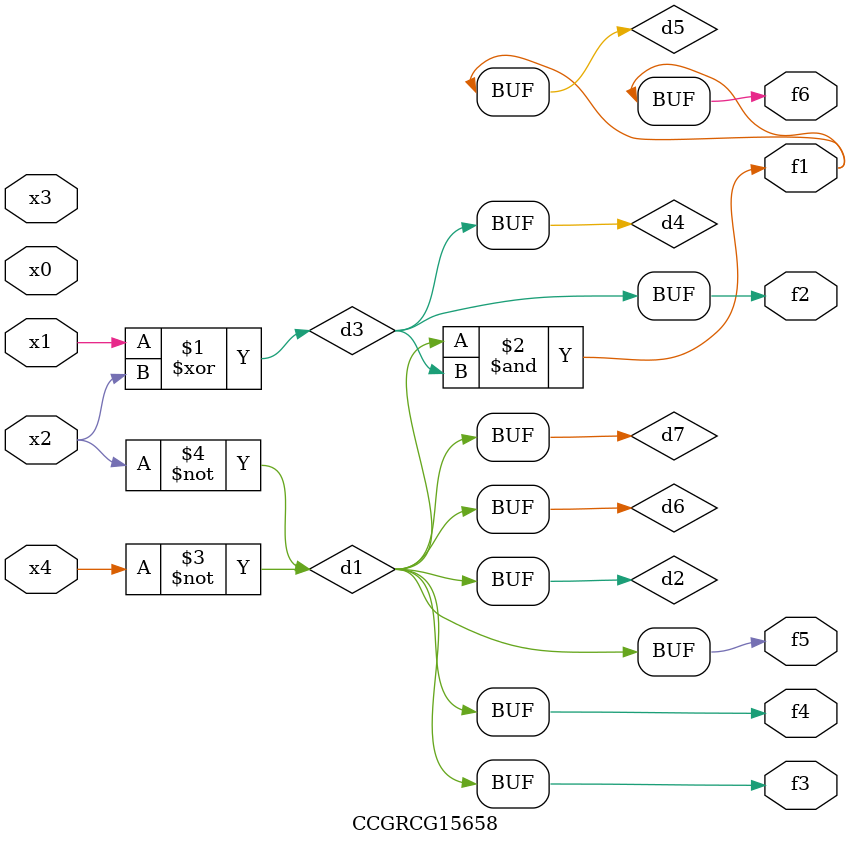
<source format=v>
module CCGRCG15658(
	input x0, x1, x2, x3, x4,
	output f1, f2, f3, f4, f5, f6
);

	wire d1, d2, d3, d4, d5, d6, d7;

	not (d1, x4);
	not (d2, x2);
	xor (d3, x1, x2);
	buf (d4, d3);
	and (d5, d1, d3);
	buf (d6, d1, d2);
	buf (d7, d2);
	assign f1 = d5;
	assign f2 = d4;
	assign f3 = d7;
	assign f4 = d7;
	assign f5 = d7;
	assign f6 = d5;
endmodule

</source>
